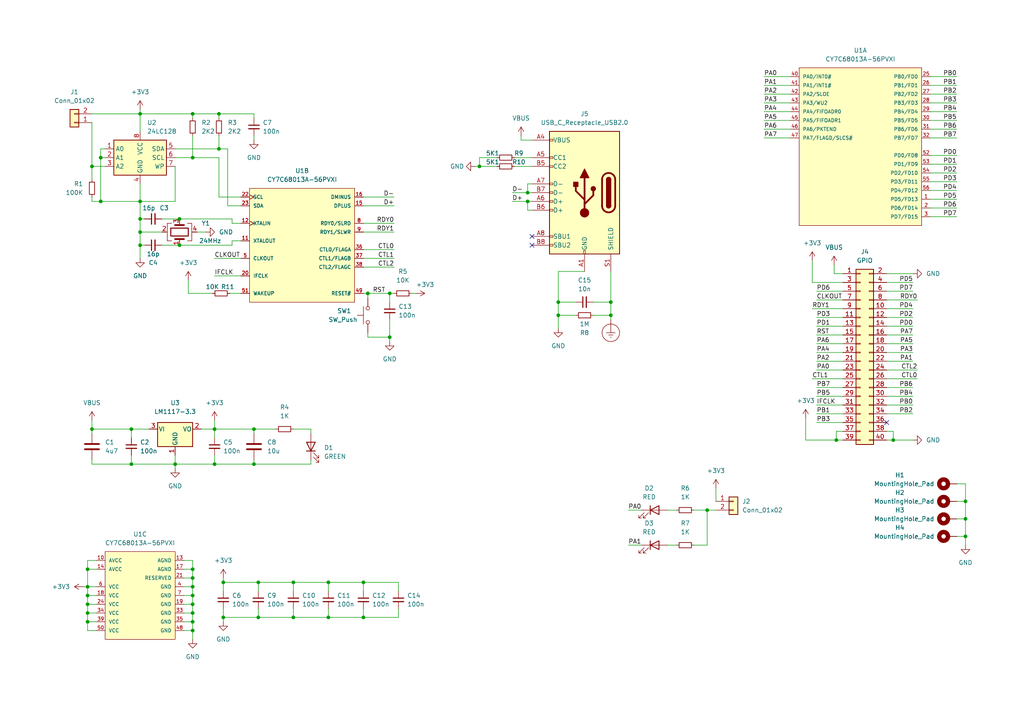
<source format=kicad_sch>
(kicad_sch (version 20211123) (generator eeschema)
  (paper "A4")
  (junction (at 38.1 124.46))
  (junction (at 25.4 165.1))
  (junction (at 55.88 45.72))
  (junction (at 25.4 170.18))
  (junction (at 25.4 172.72))
  (junction (at 26.67 124.46))
  (junction (at 55.88 165.1))
  (junction (at 113.03 85.09))
  (junction (at 64.77 179.07))
  (junction (at 63.5 33.02))
  (junction (at 280.035 155.575))
  (junction (at 29.21 45.72))
  (junction (at 153.035 55.88))
  (junction (at 40.64 71.12))
  (junction (at 40.64 63.5))
  (junction (at 73.66 134.62))
  (junction (at 62.23 134.62))
  (junction (at 55.88 33.02))
  (junction (at 63.5 43.18))
  (junction (at 259.08 127.635))
  (junction (at 29.21 58.42))
  (junction (at 242.57 127.635))
  (junction (at 280.035 145.415))
  (junction (at 52.07 63.5))
  (junction (at 139.065 48.26))
  (junction (at 52.07 71.12))
  (junction (at 95.25 168.91))
  (junction (at 55.88 180.34))
  (junction (at 161.925 91.44))
  (junction (at 105.41 168.91))
  (junction (at 177.165 91.44))
  (junction (at 280.035 150.495))
  (junction (at 62.23 124.46))
  (junction (at 74.93 179.07))
  (junction (at 25.4 180.34))
  (junction (at 55.88 182.88))
  (junction (at 26.67 48.26))
  (junction (at 64.77 168.91))
  (junction (at 85.09 168.91))
  (junction (at 25.4 175.26))
  (junction (at 113.03 97.79))
  (junction (at 40.64 58.42))
  (junction (at 55.88 175.26))
  (junction (at 95.25 179.07))
  (junction (at 55.88 177.8))
  (junction (at 38.1 134.62))
  (junction (at 40.64 33.02))
  (junction (at 40.64 67.31))
  (junction (at 55.88 170.18))
  (junction (at 55.88 167.64))
  (junction (at 177.165 87.63))
  (junction (at 161.925 87.63))
  (junction (at 205.105 147.955))
  (junction (at 85.09 179.07))
  (junction (at 106.68 85.09))
  (junction (at 50.8 134.62))
  (junction (at 73.66 124.46))
  (junction (at 153.035 58.42))
  (junction (at 105.41 179.07))
  (junction (at 55.88 172.72))
  (junction (at 74.93 168.91))
  (junction (at 25.4 177.8))
  (no_connect (at 154.305 71.12))
  (no_connect (at 257.175 122.555))
  (no_connect (at 154.305 68.58))
  (wire (pts (xy 242.57 125.095) (xy 242.57 127.635)))
  (wire (pts (xy 139.065 45.72) (xy 139.065 48.26)))
  (wire (pts (xy 148.59 55.88) (xy 153.035 55.88)))
  (wire (pts (xy 221.615 40.005) (xy 229.235 40.005)))
  (wire (pts (xy 55.88 45.72) (xy 50.8 45.72)))
  (wire (pts (xy 53.34 177.8) (xy 55.88 177.8)))
  (wire (pts (xy 53.34 182.88) (xy 55.88 182.88)))
  (wire (pts (xy 149.225 48.26) (xy 154.305 48.26)))
  (wire (pts (xy 40.64 31.75) (xy 40.64 33.02)))
  (wire (pts (xy 90.17 133.35) (xy 90.17 134.62)))
  (wire (pts (xy 119.38 85.09) (xy 120.65 85.09)))
  (wire (pts (xy 62.23 121.92) (xy 62.23 124.46)))
  (wire (pts (xy 69.85 57.15) (xy 63.5 57.15)))
  (wire (pts (xy 50.8 134.62) (xy 62.23 134.62)))
  (wire (pts (xy 257.175 81.915) (xy 264.795 81.915)))
  (wire (pts (xy 269.875 40.005) (xy 277.495 40.005)))
  (wire (pts (xy 57.15 67.31) (xy 59.69 67.31)))
  (wire (pts (xy 46.99 63.5) (xy 52.07 63.5)))
  (wire (pts (xy 38.1 124.46) (xy 26.67 124.46)))
  (wire (pts (xy 105.41 168.91) (xy 105.41 171.45)))
  (wire (pts (xy 280.035 150.495) (xy 280.035 155.575)))
  (wire (pts (xy 269.875 27.305) (xy 277.495 27.305)))
  (wire (pts (xy 40.64 33.02) (xy 40.64 38.1)))
  (wire (pts (xy 53.34 167.64) (xy 55.88 167.64)))
  (wire (pts (xy 153.035 58.42) (xy 154.305 58.42)))
  (wire (pts (xy 38.1 132.08) (xy 38.1 134.62)))
  (wire (pts (xy 25.4 170.18) (xy 27.94 170.18)))
  (wire (pts (xy 280.035 145.415) (xy 280.035 150.495)))
  (wire (pts (xy 41.91 63.5) (xy 40.64 63.5)))
  (wire (pts (xy 236.855 99.695) (xy 244.475 99.695)))
  (wire (pts (xy 25.4 165.1) (xy 25.4 170.18)))
  (wire (pts (xy 221.615 22.225) (xy 229.235 22.225)))
  (wire (pts (xy 66.04 59.69) (xy 69.85 59.69)))
  (wire (pts (xy 244.475 112.395) (xy 236.855 112.395)))
  (wire (pts (xy 269.875 32.385) (xy 277.495 32.385)))
  (wire (pts (xy 74.93 179.07) (xy 85.09 179.07)))
  (wire (pts (xy 73.66 34.29) (xy 73.66 33.02)))
  (wire (pts (xy 69.85 69.85) (xy 67.31 69.85)))
  (wire (pts (xy 257.175 92.075) (xy 264.795 92.075)))
  (wire (pts (xy 148.59 58.42) (xy 153.035 58.42)))
  (wire (pts (xy 90.17 124.46) (xy 90.17 125.73)))
  (wire (pts (xy 280.035 140.335) (xy 280.035 145.415)))
  (wire (pts (xy 74.93 168.91) (xy 74.93 171.45)))
  (wire (pts (xy 40.64 53.34) (xy 40.64 58.42)))
  (wire (pts (xy 85.09 176.53) (xy 85.09 179.07)))
  (wire (pts (xy 85.09 168.91) (xy 95.25 168.91)))
  (wire (pts (xy 25.4 172.72) (xy 27.94 172.72)))
  (wire (pts (xy 205.105 147.955) (xy 207.645 147.955)))
  (wire (pts (xy 233.68 121.285) (xy 233.68 127.635)))
  (wire (pts (xy 244.475 109.855) (xy 235.585 109.855)))
  (wire (pts (xy 244.475 114.935) (xy 236.855 114.935)))
  (wire (pts (xy 106.68 85.09) (xy 113.03 85.09)))
  (wire (pts (xy 52.07 63.5) (xy 67.31 63.5)))
  (wire (pts (xy 259.08 125.095) (xy 259.08 127.635)))
  (wire (pts (xy 277.495 150.495) (xy 280.035 150.495)))
  (wire (pts (xy 259.08 127.635) (xy 264.795 127.635)))
  (wire (pts (xy 50.8 132.08) (xy 50.8 134.62)))
  (wire (pts (xy 236.855 102.235) (xy 244.475 102.235)))
  (wire (pts (xy 24.13 170.18) (xy 25.4 170.18)))
  (wire (pts (xy 153.035 55.88) (xy 154.305 55.88)))
  (wire (pts (xy 277.495 145.415) (xy 280.035 145.415)))
  (wire (pts (xy 62.23 124.46) (xy 73.66 124.46)))
  (wire (pts (xy 105.41 57.15) (xy 114.3 57.15)))
  (wire (pts (xy 29.21 45.72) (xy 29.21 58.42)))
  (wire (pts (xy 241.935 79.375) (xy 244.475 79.375)))
  (wire (pts (xy 25.4 170.18) (xy 25.4 172.72)))
  (wire (pts (xy 64.77 168.91) (xy 74.93 168.91)))
  (wire (pts (xy 30.48 48.26) (xy 26.67 48.26)))
  (wire (pts (xy 64.77 179.07) (xy 74.93 179.07)))
  (wire (pts (xy 244.475 125.095) (xy 242.57 125.095)))
  (wire (pts (xy 264.795 99.695) (xy 257.175 99.695)))
  (wire (pts (xy 85.09 179.07) (xy 95.25 179.07)))
  (wire (pts (xy 67.31 63.5) (xy 67.31 64.77)))
  (wire (pts (xy 66.675 85.09) (xy 69.85 85.09)))
  (wire (pts (xy 161.925 78.74) (xy 161.925 87.63)))
  (wire (pts (xy 235.585 75.565) (xy 235.585 81.915)))
  (wire (pts (xy 55.88 175.26) (xy 55.88 177.8)))
  (wire (pts (xy 257.175 86.995) (xy 266.065 86.995)))
  (wire (pts (xy 269.875 45.085) (xy 277.495 45.085)))
  (wire (pts (xy 55.88 33.02) (xy 55.88 34.29)))
  (wire (pts (xy 105.41 77.47) (xy 114.3 77.47)))
  (wire (pts (xy 50.8 58.42) (xy 40.64 58.42)))
  (wire (pts (xy 105.41 176.53) (xy 105.41 179.07)))
  (wire (pts (xy 244.475 84.455) (xy 236.855 84.455)))
  (wire (pts (xy 264.795 97.155) (xy 257.175 97.155)))
  (wire (pts (xy 172.085 91.44) (xy 177.165 91.44)))
  (wire (pts (xy 73.66 124.46) (xy 80.01 124.46)))
  (wire (pts (xy 269.875 47.625) (xy 277.495 47.625)))
  (wire (pts (xy 277.495 155.575) (xy 280.035 155.575)))
  (wire (pts (xy 25.4 175.26) (xy 25.4 177.8)))
  (wire (pts (xy 105.41 179.07) (xy 115.57 179.07)))
  (wire (pts (xy 242.57 127.635) (xy 244.475 127.635)))
  (wire (pts (xy 269.875 22.225) (xy 277.495 22.225)))
  (wire (pts (xy 153.035 53.34) (xy 153.035 55.88)))
  (wire (pts (xy 105.41 67.31) (xy 114.3 67.31)))
  (wire (pts (xy 154.305 40.64) (xy 151.13 40.64)))
  (wire (pts (xy 40.64 33.02) (xy 55.88 33.02)))
  (wire (pts (xy 73.66 134.62) (xy 73.66 133.35)))
  (wire (pts (xy 40.64 63.5) (xy 40.64 67.31)))
  (wire (pts (xy 29.21 58.42) (xy 40.64 58.42)))
  (wire (pts (xy 25.4 177.8) (xy 27.94 177.8)))
  (wire (pts (xy 236.855 107.315) (xy 244.475 107.315)))
  (wire (pts (xy 38.1 124.46) (xy 38.1 127)))
  (wire (pts (xy 25.4 180.34) (xy 27.94 180.34)))
  (wire (pts (xy 64.77 179.07) (xy 64.77 180.34)))
  (wire (pts (xy 161.925 78.74) (xy 169.545 78.74)))
  (wire (pts (xy 269.875 62.865) (xy 277.495 62.865)))
  (wire (pts (xy 221.615 24.765) (xy 229.235 24.765)))
  (wire (pts (xy 257.175 125.095) (xy 259.08 125.095)))
  (wire (pts (xy 73.66 33.02) (xy 63.5 33.02)))
  (wire (pts (xy 236.855 117.475) (xy 244.475 117.475)))
  (wire (pts (xy 113.03 85.09) (xy 114.3 85.09)))
  (wire (pts (xy 182.245 147.955) (xy 186.055 147.955)))
  (wire (pts (xy 53.34 180.34) (xy 55.88 180.34)))
  (wire (pts (xy 64.77 176.53) (xy 64.77 179.07)))
  (wire (pts (xy 153.035 60.96) (xy 153.035 58.42)))
  (wire (pts (xy 64.77 167.64) (xy 64.77 168.91)))
  (wire (pts (xy 244.475 92.075) (xy 236.855 92.075)))
  (wire (pts (xy 73.66 39.37) (xy 73.66 40.64)))
  (wire (pts (xy 26.67 35.56) (xy 26.67 48.26)))
  (wire (pts (xy 40.64 58.42) (xy 40.64 63.5)))
  (wire (pts (xy 269.875 60.325) (xy 277.495 60.325)))
  (wire (pts (xy 182.245 158.115) (xy 186.055 158.115)))
  (wire (pts (xy 221.615 27.305) (xy 229.235 27.305)))
  (wire (pts (xy 62.23 124.46) (xy 62.23 127)))
  (wire (pts (xy 62.23 80.01) (xy 69.85 80.01)))
  (wire (pts (xy 236.855 104.775) (xy 244.475 104.775)))
  (wire (pts (xy 201.295 147.955) (xy 205.105 147.955)))
  (wire (pts (xy 74.93 176.53) (xy 74.93 179.07)))
  (wire (pts (xy 40.64 67.31) (xy 40.64 71.12)))
  (wire (pts (xy 264.795 102.235) (xy 257.175 102.235)))
  (wire (pts (xy 177.165 91.44) (xy 177.165 92.71)))
  (wire (pts (xy 205.105 147.955) (xy 205.105 158.115)))
  (wire (pts (xy 161.925 87.63) (xy 167.005 87.63)))
  (wire (pts (xy 26.67 121.92) (xy 26.67 124.46)))
  (wire (pts (xy 139.065 48.26) (xy 144.145 48.26)))
  (wire (pts (xy 26.67 134.62) (xy 38.1 134.62)))
  (wire (pts (xy 257.175 114.935) (xy 264.795 114.935)))
  (wire (pts (xy 221.615 29.845) (xy 229.235 29.845)))
  (wire (pts (xy 144.145 45.72) (xy 139.065 45.72)))
  (wire (pts (xy 55.88 39.37) (xy 55.88 45.72)))
  (wire (pts (xy 55.88 180.34) (xy 55.88 182.88)))
  (wire (pts (xy 244.475 94.615) (xy 236.855 94.615)))
  (wire (pts (xy 257.175 107.315) (xy 266.065 107.315)))
  (wire (pts (xy 25.4 177.8) (xy 25.4 180.34)))
  (wire (pts (xy 221.615 32.385) (xy 229.235 32.385)))
  (wire (pts (xy 257.175 79.375) (xy 264.795 79.375)))
  (wire (pts (xy 106.68 96.52) (xy 106.68 97.79)))
  (wire (pts (xy 257.175 84.455) (xy 264.795 84.455)))
  (wire (pts (xy 149.225 45.72) (xy 154.305 45.72)))
  (wire (pts (xy 63.5 57.15) (xy 63.5 45.72)))
  (wire (pts (xy 46.99 71.12) (xy 52.07 71.12)))
  (wire (pts (xy 264.795 104.775) (xy 257.175 104.775)))
  (wire (pts (xy 235.585 81.915) (xy 244.475 81.915)))
  (wire (pts (xy 207.645 141.605) (xy 207.645 145.415)))
  (wire (pts (xy 54.61 81.28) (xy 54.61 85.09)))
  (wire (pts (xy 64.77 168.91) (xy 64.77 171.45)))
  (wire (pts (xy 221.615 37.465) (xy 229.235 37.465)))
  (wire (pts (xy 58.42 124.46) (xy 62.23 124.46)))
  (wire (pts (xy 95.25 179.07) (xy 105.41 179.07)))
  (wire (pts (xy 67.31 64.77) (xy 69.85 64.77)))
  (wire (pts (xy 26.67 58.42) (xy 29.21 58.42)))
  (wire (pts (xy 55.88 177.8) (xy 55.88 180.34)))
  (wire (pts (xy 95.25 168.91) (xy 105.41 168.91)))
  (wire (pts (xy 269.875 34.925) (xy 277.495 34.925)))
  (wire (pts (xy 177.165 78.74) (xy 177.165 87.63)))
  (wire (pts (xy 105.41 85.09) (xy 106.68 85.09)))
  (wire (pts (xy 113.03 85.09) (xy 113.03 87.63)))
  (wire (pts (xy 26.67 133.35) (xy 26.67 134.62)))
  (wire (pts (xy 55.88 170.18) (xy 55.88 172.72)))
  (wire (pts (xy 50.8 43.18) (xy 63.5 43.18)))
  (wire (pts (xy 201.295 158.115) (xy 205.105 158.115)))
  (wire (pts (xy 53.34 170.18) (xy 55.88 170.18)))
  (wire (pts (xy 257.175 109.855) (xy 266.065 109.855)))
  (wire (pts (xy 54.61 85.09) (xy 61.595 85.09)))
  (wire (pts (xy 277.495 140.335) (xy 280.035 140.335)))
  (wire (pts (xy 236.855 97.155) (xy 244.475 97.155)))
  (wire (pts (xy 26.67 124.46) (xy 26.67 125.73)))
  (wire (pts (xy 25.4 182.88) (xy 27.94 182.88)))
  (wire (pts (xy 62.23 134.62) (xy 73.66 134.62)))
  (wire (pts (xy 53.34 165.1) (xy 55.88 165.1)))
  (wire (pts (xy 269.875 37.465) (xy 277.495 37.465)))
  (wire (pts (xy 137.795 48.26) (xy 139.065 48.26)))
  (wire (pts (xy 55.88 167.64) (xy 55.88 170.18)))
  (wire (pts (xy 105.41 74.93) (xy 114.3 74.93)))
  (wire (pts (xy 233.68 127.635) (xy 242.57 127.635)))
  (wire (pts (xy 113.03 92.71) (xy 113.03 97.79)))
  (wire (pts (xy 161.925 91.44) (xy 167.005 91.44)))
  (wire (pts (xy 257.175 112.395) (xy 264.795 112.395)))
  (wire (pts (xy 40.64 71.12) (xy 41.91 71.12)))
  (wire (pts (xy 113.03 97.79) (xy 113.03 99.06)))
  (wire (pts (xy 172.085 87.63) (xy 177.165 87.63)))
  (wire (pts (xy 115.57 168.91) (xy 115.57 171.45)))
  (wire (pts (xy 154.305 53.34) (xy 153.035 53.34)))
  (wire (pts (xy 280.035 155.575) (xy 280.035 158.115)))
  (wire (pts (xy 26.67 48.26) (xy 26.67 52.07)))
  (wire (pts (xy 53.34 162.56) (xy 55.88 162.56)))
  (wire (pts (xy 85.09 168.91) (xy 85.09 171.45)))
  (wire (pts (xy 25.4 172.72) (xy 25.4 175.26)))
  (wire (pts (xy 67.31 71.12) (xy 52.07 71.12)))
  (wire (pts (xy 74.93 168.91) (xy 85.09 168.91)))
  (wire (pts (xy 177.165 87.63) (xy 177.165 91.44)))
  (wire (pts (xy 105.41 59.69) (xy 114.3 59.69)))
  (wire (pts (xy 106.68 97.79) (xy 113.03 97.79)))
  (wire (pts (xy 244.475 120.015) (xy 236.855 120.015)))
  (wire (pts (xy 257.175 117.475) (xy 264.795 117.475)))
  (wire (pts (xy 30.48 43.18) (xy 29.21 43.18)))
  (wire (pts (xy 63.5 39.37) (xy 63.5 43.18)))
  (wire (pts (xy 66.04 43.18) (xy 66.04 59.69)))
  (wire (pts (xy 95.25 168.91) (xy 95.25 171.45)))
  (wire (pts (xy 62.23 74.93) (xy 69.85 74.93)))
  (wire (pts (xy 269.875 29.845) (xy 277.495 29.845)))
  (wire (pts (xy 257.175 89.535) (xy 264.795 89.535)))
  (wire (pts (xy 269.875 52.705) (xy 277.495 52.705)))
  (wire (pts (xy 63.5 43.18) (xy 66.04 43.18)))
  (wire (pts (xy 154.305 60.96) (xy 153.035 60.96)))
  (wire (pts (xy 55.88 165.1) (xy 55.88 167.64)))
  (wire (pts (xy 85.09 124.46) (xy 90.17 124.46)))
  (wire (pts (xy 29.21 43.18) (xy 29.21 45.72)))
  (wire (pts (xy 25.4 162.56) (xy 27.94 162.56)))
  (wire (pts (xy 90.17 134.62) (xy 73.66 134.62)))
  (wire (pts (xy 55.88 162.56) (xy 55.88 165.1)))
  (wire (pts (xy 269.875 24.765) (xy 277.495 24.765)))
  (wire (pts (xy 221.615 34.925) (xy 229.235 34.925)))
  (wire (pts (xy 269.875 50.165) (xy 277.495 50.165)))
  (wire (pts (xy 257.175 127.635) (xy 259.08 127.635)))
  (wire (pts (xy 62.23 132.08) (xy 62.23 134.62)))
  (wire (pts (xy 63.5 33.02) (xy 55.88 33.02)))
  (wire (pts (xy 95.25 176.53) (xy 95.25 179.07)))
  (wire (pts (xy 105.41 72.39) (xy 114.3 72.39)))
  (wire (pts (xy 38.1 134.62) (xy 50.8 134.62)))
  (wire (pts (xy 269.875 57.785) (xy 277.495 57.785)))
  (wire (pts (xy 269.875 55.245) (xy 277.495 55.245)))
  (wire (pts (xy 73.66 124.46) (xy 73.66 125.73)))
  (wire (pts (xy 257.175 120.015) (xy 264.795 120.015)))
  (wire (pts (xy 241.935 76.835) (xy 241.935 79.375)))
  (wire (pts (xy 25.4 162.56) (xy 25.4 165.1)))
  (wire (pts (xy 26.67 33.02) (xy 40.64 33.02)))
  (wire (pts (xy 55.88 182.88) (xy 55.88 185.42)))
  (wire (pts (xy 50.8 48.26) (xy 50.8 58.42)))
  (wire (pts (xy 40.64 71.12) (xy 40.64 74.93)))
  (wire (pts (xy 29.21 45.72) (xy 30.48 45.72)))
  (wire (pts (xy 193.675 158.115) (xy 196.215 158.115)))
  (wire (pts (xy 236.855 86.995) (xy 244.475 86.995)))
  (wire (pts (xy 193.675 147.955) (xy 196.215 147.955)))
  (wire (pts (xy 67.31 69.85) (xy 67.31 71.12)))
  (wire (pts (xy 161.925 91.44) (xy 161.925 95.25)))
  (wire (pts (xy 26.67 57.15) (xy 26.67 58.42)))
  (wire (pts (xy 151.13 40.64) (xy 151.13 39.37)))
  (wire (pts (xy 25.4 165.1) (xy 27.94 165.1)))
  (wire (pts (xy 105.41 168.91) (xy 115.57 168.91)))
  (wire (pts (xy 43.18 124.46) (xy 38.1 124.46)))
  (wire (pts (xy 63.5 34.29) (xy 63.5 33.02)))
  (wire (pts (xy 257.175 94.615) (xy 264.795 94.615)))
  (wire (pts (xy 244.475 122.555) (xy 236.855 122.555)))
  (wire (pts (xy 106.68 85.09) (xy 106.68 86.36)))
  (wire (pts (xy 50.8 134.62) (xy 50.8 135.89)))
  (wire (pts (xy 115.57 176.53) (xy 115.57 179.07)))
  (wire (pts (xy 244.475 89.535) (xy 235.585 89.535)))
  (wire (pts (xy 53.34 172.72) (xy 55.88 172.72)))
  (wire (pts (xy 25.4 175.26) (xy 27.94 175.26)))
  (wire (pts (xy 55.88 172.72) (xy 55.88 175.26)))
  (wire (pts (xy 161.925 87.63) (xy 161.925 91.44)))
  (wire (pts (xy 25.4 180.34) (xy 25.4 182.88)))
  (wire (pts (xy 53.34 175.26) (xy 55.88 175.26)))
  (wire (pts (xy 40.64 67.31) (xy 46.99 67.31)))
  (wire (pts (xy 63.5 45.72) (xy 55.88 45.72)))
  (wire (pts (xy 105.41 64.77) (xy 114.3 64.77)))
  (label "RST" (at 111.76 85.09 180))
  (label "CLKOUT" (at 236.855 86.995 0))
  (label "PD0" (at 277.495 45.085 180))
  (label "PD3" (at 236.855 92.075 0))
  (label "CTL1" (at 235.585 109.855 0))
  (label "CTL1" (at 114.3 74.93 180))
  (label "PA0" (at 221.615 22.225 0))
  (label "PD4" (at 264.795 89.535 180))
  (label "D-" (at 148.59 55.88 0))
  (label "PA3" (at 264.795 102.235 180))
  (label "PA7" (at 221.615 40.005 0))
  (label "PA6" (at 236.855 99.695 0))
  (label "PB3" (at 277.495 29.845 180))
  (label "PB4" (at 277.495 32.385 180))
  (label "PB0" (at 264.795 117.475 180))
  (label "PB5" (at 236.855 114.935 0))
  (label "CTL2" (at 266.065 107.315 180))
  (label "PA4" (at 236.855 102.235 0))
  (label "PA2" (at 236.855 104.775 0))
  (label "PD6" (at 277.495 60.325 180))
  (label "PA3" (at 221.615 29.845 0))
  (label "D-" (at 114.3 57.15 180))
  (label "PD6" (at 236.855 84.455 0))
  (label "CTL0" (at 266.065 109.855 180))
  (label "PD7" (at 277.495 62.865 180))
  (label "IFCLK" (at 236.855 117.475 0))
  (label "PA1" (at 182.245 158.115 0))
  (label "CTL0" (at 114.3 72.39 180))
  (label "RDY1" (at 235.585 89.535 0))
  (label "PA7" (at 264.795 97.155 180))
  (label "PD2" (at 264.795 92.075 180))
  (label "PD1" (at 236.855 94.615 0))
  (label "PD5" (at 277.495 57.785 180))
  (label "PB5" (at 277.495 34.925 180))
  (label "PB6" (at 277.495 37.465 180))
  (label "PD7" (at 264.795 84.455 180))
  (label "PA5" (at 264.795 99.695 180))
  (label "PA6" (at 221.615 37.465 0))
  (label "PA1" (at 221.615 24.765 0))
  (label "PB2" (at 264.795 120.015 180))
  (label "PD4" (at 277.495 55.245 180))
  (label "CTL2" (at 114.3 77.47 180))
  (label "PB7" (at 277.495 40.005 180))
  (label "PB1" (at 277.495 24.765 180))
  (label "D+" (at 148.59 58.42 0))
  (label "PB0" (at 277.495 22.225 180))
  (label "PA0" (at 236.855 107.315 0))
  (label "PB7" (at 236.855 112.395 0))
  (label "PA2" (at 221.615 27.305 0))
  (label "RDY0" (at 266.065 86.995 180))
  (label "CLKOUT" (at 62.23 74.93 0))
  (label "PD1" (at 277.495 47.625 180))
  (label "RST" (at 236.855 97.155 0))
  (label "PD3" (at 277.495 52.705 180))
  (label "PB4" (at 264.795 114.935 180))
  (label "PD0" (at 264.795 94.615 180))
  (label "IFCLK" (at 62.23 80.01 0))
  (label "PA1" (at 264.795 104.775 180))
  (label "PB2" (at 277.495 27.305 180))
  (label "PA0" (at 182.245 147.955 0))
  (label "PB3" (at 236.855 122.555 0))
  (label "RDY0" (at 114.3 64.77 180))
  (label "RDY1" (at 114.3 67.31 180))
  (label "D+" (at 114.3 59.69 180))
  (label "PD2" (at 277.495 50.165 180))
  (label "PB1" (at 236.855 120.015 0))
  (label "PB6" (at 264.795 112.395 180))
  (label "PA4" (at 221.615 32.385 0))
  (label "PA5" (at 221.615 34.925 0))
  (label "PD5" (at 264.795 81.915 180))
  (symbol (lib_id "power:GND") (at 55.88 185.42 0) (unit 1)
    (property "Reference" "#PWR06" (effects hide))
    (property "Value" "GND" (at 55.88 190.5 0))
  )
  (symbol (lib_id "Device:LED") (at 90.17 129.54 90) (unit 1)
    (property "Reference" "D1" (at 93.98 129.8574 90) (effects (justify right)))
    (property "Value" "GREEN" (at 93.98 132.3974 90) (effects (justify right)))
    (property "Footprint" "LED_SMD:LED_0805_2012Metric" (effects hide))
    (property "LCSC Part Number" "C34499" (effects hide))
  )
  (symbol (lib_id "Device:R_Small") (at 64.135 85.09 90) (unit 1)
    (property "Reference" "R11" (at 66.04 83.185 90))
    (property "Value" "10K" (at 61.595 83.185 90))
    (property "Footprint" "Resistor_SMD:R_0402_1005Metric" (effects hide))
    (property "LCSC Part Number" "C11702" (effects hide))
  )
  (symbol (lib_id "Device:C") (at 73.66 129.54 0) (unit 1)
    (property "Reference" "C8" (at 77.47 128.2699 0) (effects (justify left)))
    (property "Value" "10u" (at 77.47 130.8099 0) (effects (justify left)))
    (property "Footprint" "Capacitor_SMD:C_0805_2012Metric" (effects hide))
    (property "LCSC Part Number" "C15850" (effects hide))
  )
  (symbol (lib_id "power:+3V3") (at 40.64 31.75 0) (unit 1)
    (property "Reference" "#PWR03" (effects hide))
    (property "Value" "+3V3" (at 40.64 26.67 0))
  )
  (symbol (lib_id "Memory_EEPROM:24LC128") (at 40.64 45.72 0) (unit 1)
    (property "Reference" "U2" (at 42.6594 35.56 0) (effects (justify left)))
    (property "Value" "24LC128" (at 42.6594 38.1 0) (effects (justify left)))
    (property "Footprint" "Package_SO:SOIC-8_3.9x4.9mm_P1.27mm" (effects hide))
    (property "Datasheet" "http://ww1.microchip.com/downloads/en/DeviceDoc/21191s.pdf" (effects hide))
    (property "LCSC Part Number" "C81195" (effects hide))
  )
  (symbol (lib_id "power:+3V3") (at 235.585 75.565 0) (unit 1)
    (property "Reference" "#PWR0103" (effects hide))
    (property "Value" "+3V3" (at 235.585 70.485 0))
  )
  (symbol (lib_name "GND_1") (lib_id "power:GND") (at 137.795 48.26 270) (unit 1)
    (property "Reference" "#PWR012" (effects hide))
    (property "Value" "GND" (at 134.62 48.2599 90) (effects (justify right)))
  )
  (symbol (lib_id "power:VBUS") (at 241.935 76.835 0) (unit 1)
    (property "Reference" "#PWR0102" (effects hide))
    (property "Value" "VBUS" (at 241.935 71.755 0))
  )
  (symbol (lib_id "IC_Cypress_CY7C68013A-56-SSOP:CY7C68013A-56PVXI") (at 25.4 162.56 0) (unit 3)
    (property "Reference" "U1" (at 40.64 154.94 0))
    (property "Value" "CY7C68013A-56PVXI" (at 40.64 157.48 0))
    (property "Footprint" "Package_SO:SSOP-56_7.5x18.5mm_P0.635mm" (effects hide))
    (property "Datasheet" "http://www.cypress.com/?docID=45142" (effects hide))
    (property "CPU Core" "Enhanced 8051" (effects hide))
    (property "Component Link 1 Description" "Manufacturer URL" (effects hide))
    (property "Component Link 1 URL" "http://www.cypress.com/" (effects hide))
    (property "Component Link 3 Description" "Package Specification" (effects hide))
    (property "Component Link 3 URL" "http://www.cypress.com/?docID=39259" (effects hide))
    (property "Datasheet Version" "Rev. *W" (effects hide))
    (property "Max Operating Temp degreesC" "85" (effects hide))
    (property "Max Operating Voltage V" "3.6" (effects hide))
    (property "Memory Architecture" "RAM" (effects hide))
    (property "Memory Size KB" "16" (effects hide))
    (property "Min Operating Temp degreesC" "-40" (effects hide))
    (property "Min Operating Voltage V" "3" (effects hide))
    (property "Mounting Technology" "Surface Mount" (effects hide))
    (property "No of IOs" "24" (effects hide))
    (property "Package Description" "56-Pin Shrunk Small Outline Package, Body 7.506 x 18.415 mm, Pitch 0.635 mm" (effects hide))
    (property "Package Version" "Rev. *F, 08/2012" (effects hide))
    (property "Packing" "Tube" (effects hide))
    (property "category" "IC" (effects hide))
    (property "ciiva ids" "979223" (effects hide))
    (property "library id" "f203f3e8a992ef92" (effects hide))
    (property "manufacturer" "Cypress" (effects hide))
    (property "package" "PVX56" (effects hide))
    (property "release date" "1401377106" (effects hide))
    (property "rohs" "No" (effects hide))
    (property "vault revision" "CA62A9C2-450C-4ADC-9825-E2566DCB337F" (effects hide))
    (property "imported" "yes" (effects hide))
    (property "LCSC Part Number" "CY7C68013A-56PVXC" (effects hide))
  )
  (symbol (lib_id "power:GND") (at 59.69 67.31 90) (unit 1)
    (property "Reference" "#PWR07" (effects hide))
    (property "Value" "GND" (at 63.5 67.3099 90) (effects (justify right)))
  )
  (symbol (lib_id "Device:C_Small") (at 169.545 87.63 90) (unit 1)
    (property "Reference" "C15" (at 169.5513 81.28 90))
    (property "Value" "10n" (at 169.5513 83.82 90))
    (property "Footprint" "Capacitor_SMD:C_0805_2012Metric" (effects hide))
    (property "LCSC Part Number" "C106840" (effects hide))
  )
  (symbol (lib_id "Device:C_Small") (at 73.66 36.83 0) (unit 1)
    (property "Reference" "C7" (at 76.2 35.5662 0) (effects (justify left)))
    (property "Value" "100n" (at 76.2 38.1062 0) (effects (justify left)))
    (property "Footprint" "Capacitor_SMD:C_0402_1005Metric" (effects hide))
    (property "LCSC Part Number" "C307331" (effects hide))
  )
  (symbol (lib_id "Connector_Generic:Conn_02x20_Odd_Even") (at 249.555 102.235 0) (unit 1) (in_bom no)
    (property "Reference" "J4" (at 250.825 73.025 0))
    (property "Value" "GPIO" (at 250.825 75.565 0))
    (property "Footprint" "Connector_PinHeader_2.54mm:PinHeader_2x20_P2.54mm_Horizontal" (effects hide))
  )
  (symbol (lib_id "IC_Cypress_CY7C68013A-56-SSOP:CY7C68013A-56PVXI") (at 67.31 57.15 0) (unit 2)
    (property "Reference" "U1" (at 87.63 49.53 0))
    (property "Value" "CY7C68013A-56PVXI" (at 87.63 52.07 0))
    (property "Footprint" "Package_SO:SSOP-56_7.5x18.5mm_P0.635mm" (effects hide))
    (property "Datasheet" "http://www.cypress.com/?docID=45142" (effects hide))
    (property "CPU Core" "Enhanced 8051" (effects hide))
    (property "Component Link 1 Description" "Manufacturer URL" (effects hide))
    (property "Component Link 1 URL" "http://www.cypress.com/" (effects hide))
    (property "Component Link 3 Description" "Package Specification" (effects hide))
    (property "Component Link 3 URL" "http://www.cypress.com/?docID=39259" (effects hide))
    (property "Datasheet Version" "Rev. *W" (effects hide))
    (property "Max Operating Temp degreesC" "85" (effects hide))
    (property "Max Operating Voltage V" "3.6" (effects hide))
    (property "Memory Architecture" "RAM" (effects hide))
    (property "Memory Size KB" "16" (effects hide))
    (property "Min Operating Temp degreesC" "-40" (effects hide))
    (property "Min Operating Voltage V" "3" (effects hide))
    (property "Mounting Technology" "Surface Mount" (effects hide))
    (property "No of IOs" "24" (effects hide))
    (property "Package Description" "56-Pin Shrunk Small Outline Package, Body 7.506 x 18.415 mm, Pitch 0.635 mm" (effects hide))
    (property "Package Version" "Rev. *F, 08/2012" (effects hide))
    (property "Packing" "Tube" (effects hide))
    (property "category" "IC" (effects hide))
    (property "ciiva ids" "979223" (effects hide))
    (property "library id" "f203f3e8a992ef92" (effects hide))
    (property "manufacturer" "Cypress" (effects hide))
    (property "package" "PVX56" (effects hide))
    (property "release date" "1401377106" (effects hide))
    (property "rohs" "No" (effects hide))
    (property "vault revision" "CA62A9C2-450C-4ADC-9825-E2566DCB337F" (effects hide))
    (property "imported" "yes" (effects hide))
    (property "LCSC Part Number" "CY7C68013A-56PVXC" (effects hide))
  )
  (symbol (lib_id "Switch:SW_Push") (at 106.68 91.44 90) (unit 1)
    (property "Reference" "SW1" (at 97.79 90.17 90) (effects (justify right)))
    (property "Value" "SW_Push" (at 95.25 92.71 90) (effects (justify right)))
    (property "Footprint" "Button_Switch_SMD:SW_Push_1P1T_NO_CK_KMR2" (effects hide))
    (property "LCSC Part Number" "C115360" (effects hide))
  )
  (symbol (lib_id "Device:R_Small") (at 116.84 85.09 90) (unit 1)
    (property "Reference" "R5" (at 116.84 78.74 90))
    (property "Value" "10K" (at 116.84 81.28 90))
    (property "Footprint" "Resistor_SMD:R_0402_1005Metric" (effects hide))
    (property "LCSC Part Number" "C25744" (effects hide))
  )
  (symbol (lib_id "Device:R_Small") (at 146.685 45.72 90) (unit 1)
    (property "Reference" "R9" (at 150.495 44.45 90))
    (property "Value" "5K1" (at 142.875 44.45 90))
    (property "Footprint" "Resistor_SMD:R_0402_1005Metric" (effects hide))
    (property "LCSC Part Number" "C25744" (effects hide))
  )
  (symbol (lib_id "Device:R_Small") (at 198.755 147.955 90) (unit 1)
    (property "Reference" "R6" (at 198.755 141.605 90))
    (property "Value" "1K" (at 198.755 144.145 90))
    (property "Footprint" "Resistor_SMD:R_0402_1005Metric" (effects hide))
    (property "LCSC Part Number" "C11702" (effects hide))
  )
  (symbol (lib_id "power:GND") (at 280.035 158.115 0) (unit 1)
    (property "Reference" "#PWR017" (effects hide))
    (property "Value" "GND" (at 280.035 163.195 0))
  )
  (symbol (lib_id "power:+3V3") (at 62.23 121.92 0) (unit 1)
    (property "Reference" "#PWR08" (effects hide))
    (property "Value" "+3V3" (at 62.23 116.84 0))
  )
  (symbol (lib_id "power:+3V3") (at 207.645 141.605 0) (unit 1)
    (property "Reference" "#PWR0105" (effects hide))
    (property "Value" "+3V3" (at 207.645 136.525 0))
  )
  (symbol (lib_id "Device:C_Small") (at 74.93 173.99 0) (unit 1)
    (property "Reference" "C9" (at 77.47 172.7262 0) (effects (justify left)))
    (property "Value" "100n" (at 77.47 175.2662 0) (effects (justify left)))
    (property "Footprint" "Capacitor_SMD:C_0402_1005Metric" (effects hide))
    (property "LCSC Part Number" "C307331" (effects hide))
  )
  (symbol (lib_id "Mechanical:MountingHole_Pad") (at 274.955 155.575 90) (unit 1) (in_bom no)
    (property "Reference" "H4" (at 260.985 153.035 90))
    (property "Value" "MountingHole_Pad" (at 262.255 155.575 90))
    (property "Footprint" "MountingHole:MountingHole_3.2mm_M3_Pad_Via" (effects hide))
  )
  (symbol (lib_id "power:GND") (at 113.03 99.06 0) (unit 1)
    (property "Reference" "#PWR013" (effects hide))
    (property "Value" "GND" (at 113.03 104.14 0))
  )
  (symbol (lib_id "power:Earth_Protective") (at 177.165 92.71 0) (unit 1)
    (property "Reference" "#PWR0101" (effects hide))
    (property "Value" "Earth_Protective" (effects hide))
  )
  (symbol (lib_id "power:GND") (at 50.8 135.89 0) (unit 1)
    (property "Reference" "#PWR05" (effects hide))
    (property "Value" "GND" (at 50.8 140.97 0))
  )
  (symbol (lib_id "Device:C_Small") (at 105.41 173.99 0) (unit 1)
    (property "Reference" "C12" (at 107.95 172.7262 0) (effects (justify left)))
    (property "Value" "100n" (at 107.95 175.2662 0) (effects (justify left)))
    (property "Footprint" "Capacitor_SMD:C_0402_1005Metric" (effects hide))
    (property "LCSC Part Number" "C307331" (effects hide))
  )
  (symbol (lib_id "power:GND") (at 64.77 180.34 0) (unit 1)
    (property "Reference" "#PWR010" (effects hide))
    (property "Value" "GND" (at 64.77 185.42 0))
  )
  (symbol (lib_id "power:+3V3") (at 24.13 170.18 90) (unit 1)
    (property "Reference" "#PWR01" (effects hide))
    (property "Value" "+3V3" (at 20.32 170.1799 90) (effects (justify left)))
  )
  (symbol (lib_id "Device:R_Small") (at 26.67 54.61 0) (mirror x) (unit 1)
    (property "Reference" "R1" (at 24.13 53.3399 0) (effects (justify right)))
    (property "Value" "100K" (at 24.13 55.8799 0) (effects (justify right)))
    (property "Footprint" "Resistor_SMD:R_0402_1005Metric" (effects hide))
    (property "LCSC Part Number" "C25741" (effects hide))
  )
  (symbol (lib_id "Mechanical:MountingHole_Pad") (at 274.955 145.415 90) (unit 1) (in_bom no)
    (property "Reference" "H2" (at 260.985 142.875 90))
    (property "Value" "MountingHole_Pad" (at 262.255 145.415 90))
    (property "Footprint" "MountingHole:MountingHole_3.2mm_M3_Pad_Via" (effects hide))
  )
  (symbol (lib_id "power:VBUS") (at 151.13 39.37 0) (unit 1)
    (property "Reference" "#PWR015" (effects hide))
    (property "Value" "VBUS" (at 151.13 34.29 0))
  )
  (symbol (lib_id "Mechanical:MountingHole_Pad") (at 274.955 150.495 90) (unit 1) (in_bom no)
    (property "Reference" "H3" (at 260.985 147.955 90))
    (property "Value" "MountingHole_Pad" (at 262.255 150.495 90))
    (property "Footprint" "MountingHole:MountingHole_3.2mm_M3_Pad_Via" (effects hide))
  )
  (symbol (lib_id "Device:LED") (at 189.865 158.115 0) (unit 1)
    (property "Reference" "D3" (at 188.2775 151.765 0))
    (property "Value" "RED" (at 188.2775 154.305 0))
    (property "Footprint" "LED_SMD:LED_0805_2012Metric" (effects hide))
    (property "LCSC Part Number" "C84256" (effects hide))
  )
  (symbol (lib_id "Device:C_Small") (at 95.25 173.99 0) (unit 1)
    (property "Reference" "C11" (at 97.79 172.7262 0) (effects (justify left)))
    (property "Value" "100n" (at 97.79 175.2662 0) (effects (justify left)))
    (property "Footprint" "Capacitor_SMD:C_0402_1005Metric" (effects hide))
    (property "LCSC Part Number" "C307331" (effects hide))
  )
  (symbol (lib_id "power:GND") (at 264.795 79.375 90) (unit 1)
    (property "Reference" "#PWR0104" (effects hide))
    (property "Value" "GND" (at 268.605 79.3749 90) (effects (justify right)))
  )
  (symbol (lib_id "power:+3V3") (at 64.77 167.64 0) (unit 1)
    (property "Reference" "#PWR09" (effects hide))
    (property "Value" "+3V3" (at 64.77 162.56 0))
  )
  (symbol (lib_name "+3V3_1") (lib_id "power:+3V3") (at 54.61 81.28 0) (unit 1)
    (property "Reference" "#PWR018" (effects hide))
    (property "Value" "+3V3" (at 54.61 76.2 0))
  )
  (symbol (lib_id "power:GND") (at 40.64 74.93 0) (unit 1)
    (property "Reference" "#PWR04" (effects hide))
    (property "Value" "GND" (at 40.64 80.01 0))
  )
  (symbol (lib_id "Device:C_Small") (at 85.09 173.99 0) (unit 1)
    (property "Reference" "C10" (at 87.63 172.7262 0) (effects (justify left)))
    (property "Value" "100n" (at 87.63 175.2662 0) (effects (justify left)))
    (property "Footprint" "Capacitor_SMD:C_0402_1005Metric" (effects hide))
    (property "LCSC Part Number" "C307331" (effects hide))
  )
  (symbol (lib_id "Device:C_Small") (at 44.45 63.5 90) (unit 1)
    (property "Reference" "C3" (at 47.625 60.325 90))
    (property "Value" "16p" (at 43.18 60.325 90))
    (property "Footprint" "Capacitor_SMD:C_0402_1005Metric" (effects hide))
    (property "LCSC Part Number" "C1547" (effects hide))
  )
  (symbol (lib_id "power:GND") (at 161.925 95.25 0) (unit 1)
    (property "Reference" "#PWR016" (effects hide))
    (property "Value" "GND" (at 161.925 100.33 0))
  )
  (symbol (lib_id "power:VBUS") (at 26.67 121.92 0) (unit 1)
    (property "Reference" "#PWR02" (effects hide))
    (property "Value" "VBUS" (at 26.67 116.84 0))
  )
  (symbol (lib_id "Device:C_Small") (at 44.45 71.12 90) (unit 1)
    (property "Reference" "C4" (at 44.45 76.2 90))
    (property "Value" "16p" (at 44.45 73.66 90))
    (property "Footprint" "Capacitor_SMD:C_0402_1005Metric" (effects hide))
    (property "LCSC Part Number" "C1547" (effects hide))
  )
  (symbol (lib_id "Connector_Generic:Conn_01x02") (at 212.725 145.415 0) (unit 1) (in_bom no)
    (property "Reference" "J2" (at 215.265 145.4149 0) (effects (justify left)))
    (property "Value" "Conn_01x02" (at 215.265 147.9549 0) (effects (justify left)))
    (property "Footprint" "Connector_PinHeader_2.54mm:PinHeader_1x02_P2.54mm_Vertical" (effects hide))
  )
  (symbol (lib_id "power:GND") (at 264.795 127.635 90) (unit 1)
    (property "Reference" "#PWR0106" (effects hide))
    (property "Value" "GND" (at 268.605 127.6349 90) (effects (justify right)))
  )
  (symbol (lib_id "Connector:USB_C_Receptacle_USB2.0") (at 169.545 55.88 0) (mirror y) (unit 1) (in_bom no)
    (property "Reference" "J5" (at 169.545 33.02 0))
    (property "Value" "USB_C_Receptacle_USB2.0" (at 169.545 35.56 0))
    (property "Footprint" "Connector_USB:USB_C_Receptacle_G-Switch_GT-USB-7010ASV" (effects hide))
    (property "Datasheet" "https://www.usb.org/sites/default/files/documents/usb_type-c.zip" (effects hide))
  )
  (symbol (lib_id "Device:Crystal_GND24") (at 52.07 67.31 90) (unit 1)
    (property "Reference" "Y1" (at 59.69 64.77 90))
    (property "Value" "24MHz" (at 60.96 69.85 90))
    (property "Footprint" "Crystal:Crystal_SMD_3225-4Pin_3.2x2.5mm" (effects hide))
    (property "LCSC Part Number" "C2650460" (effects hide))
  )
  (symbol (lib_id "Device:R_Small") (at 198.755 158.115 90) (unit 1)
    (property "Reference" "R7" (at 198.755 151.765 90))
    (property "Value" "1K" (at 198.755 154.305 90))
    (property "Footprint" "Resistor_SMD:R_0402_1005Metric" (effects hide))
    (property "LCSC Part Number" "C11702" (effects hide))
  )
  (symbol (lib_id "Device:C_Small") (at 113.03 90.17 0) (unit 1)
    (property "Reference" "C13" (at 115.57 88.9062 0) (effects (justify left)))
    (property "Value" "100n" (at 115.57 91.4462 0) (effects (justify left)))
    (property "Footprint" "Capacitor_SMD:C_0402_1005Metric" (effects hide))
    (property "LCSC Part Number" "C307331" (effects hide))
  )
  (symbol (lib_id "Device:R_Small") (at 146.685 48.26 90) (unit 1)
    (property "Reference" "R10" (at 150.495 46.99 90))
    (property "Value" "5K1" (at 142.875 46.99 90))
    (property "Footprint" "Resistor_SMD:R_0402_1005Metric" (effects hide))
    (property "LCSC Part Number" "C25744" (effects hide))
  )
  (symbol (lib_id "Device:C_Small") (at 115.57 173.99 0) (unit 1)
    (property "Reference" "C14" (at 118.11 172.7262 0) (effects (justify left)))
    (property "Value" "100n" (at 118.11 175.2662 0) (effects (justify left)))
    (property "Footprint" "Capacitor_SMD:C_0402_1005Metric" (effects hide))
    (property "LCSC Part Number" "C307331" (effects hide))
  )
  (symbol (lib_id "power:+3V3") (at 233.68 121.285 0) (unit 1)
    (property "Reference" "#PWR0107" (effects hide))
    (property "Value" "+3V3" (at 233.68 116.205 0))
  )
  (symbol (lib_id "Device:R_Small") (at 63.5 36.83 0) (unit 1)
    (property "Reference" "R3" (at 66.04 35.5599 0) (effects (justify left)))
    (property "Value" "2K2" (at 66.04 38.0999 0) (effects (justify left)))
    (property "Footprint" "Resistor_SMD:R_0402_1005Metric" (effects hide))
    (property "LCSC Part Number" "C25879" (effects hide))
  )
  (symbol (lib_id "Connector_Generic:Conn_01x02") (at 21.59 35.56 180) (unit 1) (in_bom no)
    (property "Reference" "J1" (at 21.59 26.67 0))
    (property "Value" "Conn_01x02" (at 21.59 29.21 0))
    (property "Footprint" "Connector_PinHeader_2.54mm:PinHeader_1x02_P2.54mm_Vertical" (effects hide))
  )
  (symbol (lib_id "Regulator_Linear:LM1117-3.3") (at 50.8 124.46 0) (unit 1)
    (property "Reference" "U3" (at 50.8 116.84 0))
    (property "Value" "LM1117-3.3" (at 50.8 119.38 0))
    (property "Footprint" "Package_TO_SOT_SMD:SOT-223-3_TabPin2" (effects hide))
    (property "Datasheet" "http://www.ti.com/lit/ds/symlink/lm1117.pdf" (effects hide))
    (property "LCSC Part Number" "C6186" (effects hide))
  )
  (symbol (lib_id "Device:R_Small") (at 169.545 91.44 90) (unit 1)
    (property "Reference" "R8" (at 169.545 96.52 90))
    (property "Value" "1M" (at 169.545 93.98 90))
    (property "Footprint" "Resistor_SMD:R_0402_1005Metric" (effects hide))
    (property "LCSC Part Number" "C26083" (effects hide))
  )
  (symbol (lib_id "Device:C_Small") (at 62.23 129.54 0) (unit 1)
    (property "Reference" "C5" (at 64.77 128.2762 0) (effects (justify left)))
    (property "Value" "100n" (at 64.77 130.8162 0) (effects (justify left)))
    (property "Footprint" "Capacitor_SMD:C_0402_1005Metric" (effects hide))
    (property "LCSC Part Number" "C307331" (effects hide))
  )
  (symbol (lib_id "Device:C_Small") (at 64.77 173.99 0) (unit 1)
    (property "Reference" "C6" (at 67.31 172.7262 0) (effects (justify left)))
    (property "Value" "100n" (at 67.31 175.2662 0) (effects (justify left)))
    (property "Footprint" "Capacitor_SMD:C_0402_1005Metric" (effects hide))
    (property "LCSC Part Number" "C307331" (effects hide))
  )
  (symbol (lib_id "Device:R_Small") (at 82.55 124.46 90) (unit 1)
    (property "Reference" "R4" (at 82.55 118.11 90))
    (property "Value" "1K" (at 82.55 120.65 90))
    (property "Footprint" "Resistor_SMD:R_0402_1005Metric" (effects hide))
    (property "LCSC Part Number" "C11702" (effects hide))
  )
  (symbol (lib_id "power:+3V3") (at 120.65 85.09 270) (unit 1)
    (property "Reference" "#PWR014" (effects hide))
    (property "Value" "+3V3" (at 120.65 82.55 90) (effects (justify left)))
  )
  (symbol (lib_id "Device:LED") (at 189.865 147.955 0) (unit 1)
    (property "Reference" "D2" (at 188.2775 141.605 0))
    (property "Value" "RED" (at 188.2775 144.145 0))
    (property "Footprint" "LED_SMD:LED_0805_2012Metric" (effects hide))
    (property "LCSC Part Number" "C84256" (effects hide))
  )
  (symbol (lib_id "power:GND") (at 73.66 40.64 0) (unit 1)
    (property "Reference" "#PWR011" (effects hide))
    (property "Value" "GND" (at 73.66 45.72 0))
  )
  (symbol (lib_id "Device:C") (at 26.67 129.54 0) (unit 1)
    (property "Reference" "C1" (at 30.48 128.2699 0) (effects (justify left)))
    (property "Value" "4u7" (at 30.48 130.8099 0) (effects (justify left)))
    (property "Footprint" "Capacitor_SMD:C_0805_2012Metric" (effects hide))
    (property "LCSC Part Number" "C1779" (effects hide))
  )
  (symbol (lib_id "Device:R_Small") (at 55.88 36.83 0) (unit 1)
    (property "Reference" "R2" (at 58.42 35.5599 0) (effects (justify left)))
    (property "Value" "2K2" (at 58.42 38.0999 0) (effects (justify left)))
    (property "Footprint" "Resistor_SMD:R_0402_1005Metric" (effects hide))
    (property "LCSC Part Number" "C25879" (effects hide))
  )
  (symbol (lib_id "Mechanical:MountingHole_Pad") (at 274.955 140.335 90) (unit 1) (in_bom no)
    (property "Reference" "H1" (at 260.985 137.795 90))
    (property "Value" "MountingHole_Pad" (at 262.255 140.335 90))
    (property "Footprint" "MountingHole:MountingHole_3.2mm_M3_Pad_Via" (effects hide))
  )
  (symbol (lib_id "IC_Cypress_CY7C68013A-56-SSOP:CY7C68013A-56PVXI") (at 226.695 22.225 0) (unit 1)
    (property "Reference" "U1" (at 249.555 14.605 0))
    (property "Value" "CY7C68013A-56PVXI" (at 249.555 17.145 0))
    (property "Footprint" "Package_SO:SSOP-56_7.5x18.5mm_P0.635mm" (effects hide))
    (property "Datasheet" "http://www.cypress.com/?docID=45142" (effects hide))
    (property "CPU Core" "Enhanced 8051" (effects hide))
    (property "Component Link 1 Description" "Manufacturer URL" (effects hide))
    (property "Component Link 1 URL" "http://www.cypress.com/" (effects hide))
    (property "Component Link 3 Description" "Package Specification" (effects hide))
    (property "Component Link 3 URL" "http://www.cypress.com/?docID=39259" (effects hide))
    (property "Datasheet Version" "Rev. *W" (effects hide))
    (property "Max Operating Temp degreesC" "85" (effects hide))
    (property "Max Operating Voltage V" "3.6" (effects hide))
    (property "Memory Architecture" "RAM" (effects hide))
    (property "Memory Size KB" "16" (effects hide))
    (property "Min Operating Temp degreesC" "-40" (effects hide))
    (property "Min Operating Voltage V" "3" (effects hide))
    (property "Mounting Technology" "Surface Mount" (effects hide))
    (property "No of IOs" "24" (effects hide))
    (property "Package Description" "56-Pin Shrunk Small Outline Package, Body 7.506 x 18.415 mm, Pitch 0.635 mm" (effects hide))
    (property "Package Version" "Rev. *F, 08/2012" (effects hide))
    (property "Packing" "Tube" (effects hide))
    (property "category" "IC" (effects hide))
    (property "ciiva ids" "979223" (effects hide))
    (property "library id" "f203f3e8a992ef92" (effects hide))
    (property "manufacturer" "Cypress" (effects hide))
    (property "package" "PVX56" (effects hide))
    (property "release date" "1401377106" (effects hide))
    (property "rohs" "No" (effects hide))
    (property "vault revision" "CA62A9C2-450C-4ADC-9825-E2566DCB337F" (effects hide))
    (property "imported" "yes" (effects hide))
    (property "LCSC Part Number" "CY7C68013A-56PVXC" (effects hide))
  )
  (symbol (lib_id "Device:C_Small") (at 38.1 129.54 0) (unit 1)
    (property "Reference" "C2" (at 40.64 128.2762 0) (effects (justify left)))
    (property "Value" "100n" (at 40.64 130.8162 0) (effects (justify left)))
    (property "Footprint" "Capacitor_SMD:C_0402_1005Metric" (effects hide))
    (property "LCSC Part Number" "C307331" (effects hide))
  )
)
</source>
